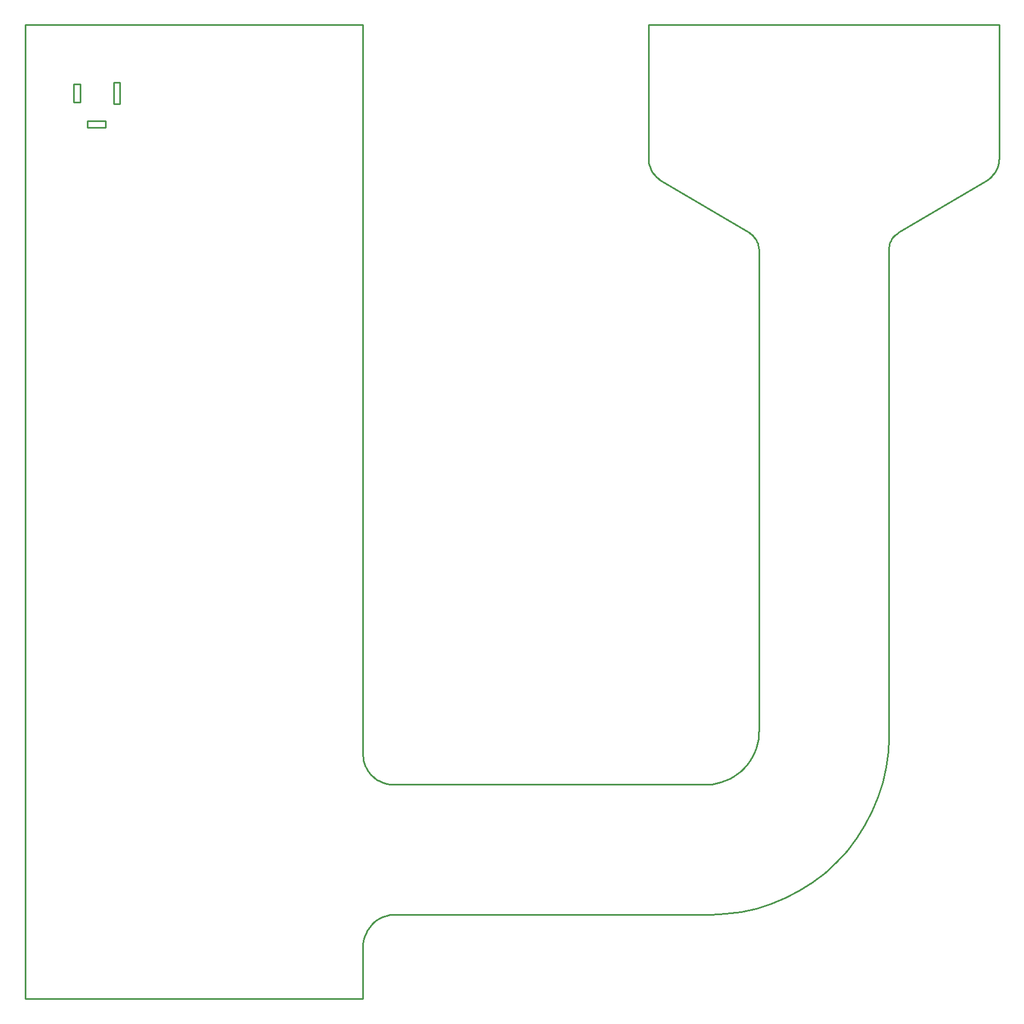
<source format=gbr>
G04 EAGLE Gerber RS-274X export*
G75*
%MOMM*%
%FSLAX34Y34*%
%LPD*%
%IN*%
%IPPOS*%
%AMOC8*
5,1,8,0,0,1.08239X$1,22.5*%
G01*
%ADD10C,0.254000*%


D10*
X0Y0D02*
X520000Y0D01*
X520000Y80000D01*
X520190Y84358D01*
X520760Y88682D01*
X521704Y92941D01*
X523015Y97101D01*
X524685Y101131D01*
X526699Y105000D01*
X529042Y108679D01*
X531698Y112139D01*
X534645Y115355D01*
X537861Y118302D01*
X541321Y120958D01*
X545000Y123301D01*
X548869Y125315D01*
X552899Y126985D01*
X557059Y128296D01*
X561318Y129240D01*
X565642Y129810D01*
X570000Y130000D01*
X1055000Y130000D01*
X1078970Y131045D01*
X1102758Y134174D01*
X1126182Y139365D01*
X1149065Y146578D01*
X1171232Y155758D01*
X1192514Y166835D01*
X1212751Y179724D01*
X1231787Y194328D01*
X1249477Y210536D01*
X1265688Y228224D01*
X1280295Y247257D01*
X1293188Y267491D01*
X1304269Y288772D01*
X1313452Y310938D01*
X1320669Y333819D01*
X1325864Y357243D01*
X1328997Y381030D01*
X1330000Y400000D01*
X1330000Y1155000D01*
X1330237Y1157665D01*
X1330705Y1160298D01*
X1331401Y1162881D01*
X1332319Y1165394D01*
X1333453Y1167816D01*
X1334794Y1170131D01*
X1336331Y1172320D01*
X1338053Y1174367D01*
X1339947Y1176256D01*
X1341999Y1177973D01*
X1344192Y1179504D01*
X1345000Y1180000D01*
X1480000Y1260000D01*
X1482950Y1261889D01*
X1485725Y1264028D01*
X1488302Y1266400D01*
X1490663Y1268988D01*
X1492790Y1271772D01*
X1494666Y1274731D01*
X1496276Y1277842D01*
X1497610Y1281082D01*
X1498656Y1284425D01*
X1499406Y1287847D01*
X1499856Y1291321D01*
X1500001Y1294821D01*
X1500000Y1295000D01*
X1500000Y1500000D01*
X960000Y1500000D01*
X960000Y1295000D01*
X960155Y1291459D01*
X960617Y1287946D01*
X961384Y1284485D01*
X962450Y1281105D01*
X963806Y1277831D01*
X965443Y1274688D01*
X967347Y1271698D01*
X969504Y1268887D01*
X971899Y1266274D01*
X974512Y1263879D01*
X977323Y1261722D01*
X980000Y1260000D01*
X1115000Y1180000D01*
X1117240Y1178537D01*
X1119343Y1176885D01*
X1121295Y1175055D01*
X1123080Y1173063D01*
X1124684Y1170922D01*
X1126095Y1168650D01*
X1127304Y1166263D01*
X1128299Y1163780D01*
X1129074Y1161220D01*
X1129624Y1158602D01*
X1129943Y1155946D01*
X1130000Y1155000D01*
X1130000Y415000D01*
X1129904Y407800D01*
X1129181Y400636D01*
X1127836Y393562D01*
X1125880Y386633D01*
X1123327Y379900D01*
X1120197Y373415D01*
X1116514Y367228D01*
X1112306Y361385D01*
X1107604Y355931D01*
X1102445Y350908D01*
X1096868Y346354D01*
X1090915Y342303D01*
X1084632Y338786D01*
X1078066Y335830D01*
X1071267Y333458D01*
X1064288Y331687D01*
X1057181Y330532D01*
X1050000Y330000D01*
X570000Y330000D01*
X565851Y329963D01*
X561714Y330288D01*
X557621Y330971D01*
X553603Y332010D01*
X549691Y333394D01*
X545915Y335114D01*
X542303Y337156D01*
X538883Y339506D01*
X535680Y342145D01*
X532720Y345052D01*
X530024Y348207D01*
X527614Y351585D01*
X525507Y355160D01*
X523720Y358905D01*
X522266Y362791D01*
X521156Y366790D01*
X520399Y370870D01*
X520000Y375000D01*
X520000Y1500000D01*
X0Y1500000D01*
X0Y0D01*
X75000Y1381000D02*
X85000Y1381000D01*
X85000Y1409000D01*
X75000Y1409000D01*
X75000Y1381000D01*
X136000Y1378500D02*
X146000Y1378500D01*
X146000Y1411500D01*
X136000Y1411500D01*
X136000Y1378500D01*
X96000Y1342000D02*
X124000Y1342000D01*
X124000Y1352000D01*
X96000Y1352000D01*
X96000Y1342000D01*
M02*

</source>
